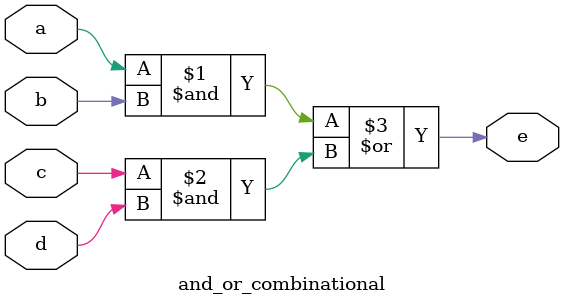
<source format=v>
`timescale 1ns / 1ps


module and_or_combinational(
    input a,
    input b,
    input c,
    input d,
    output e);

    assign e = (a & b) | (c & d);
endmodule

</source>
